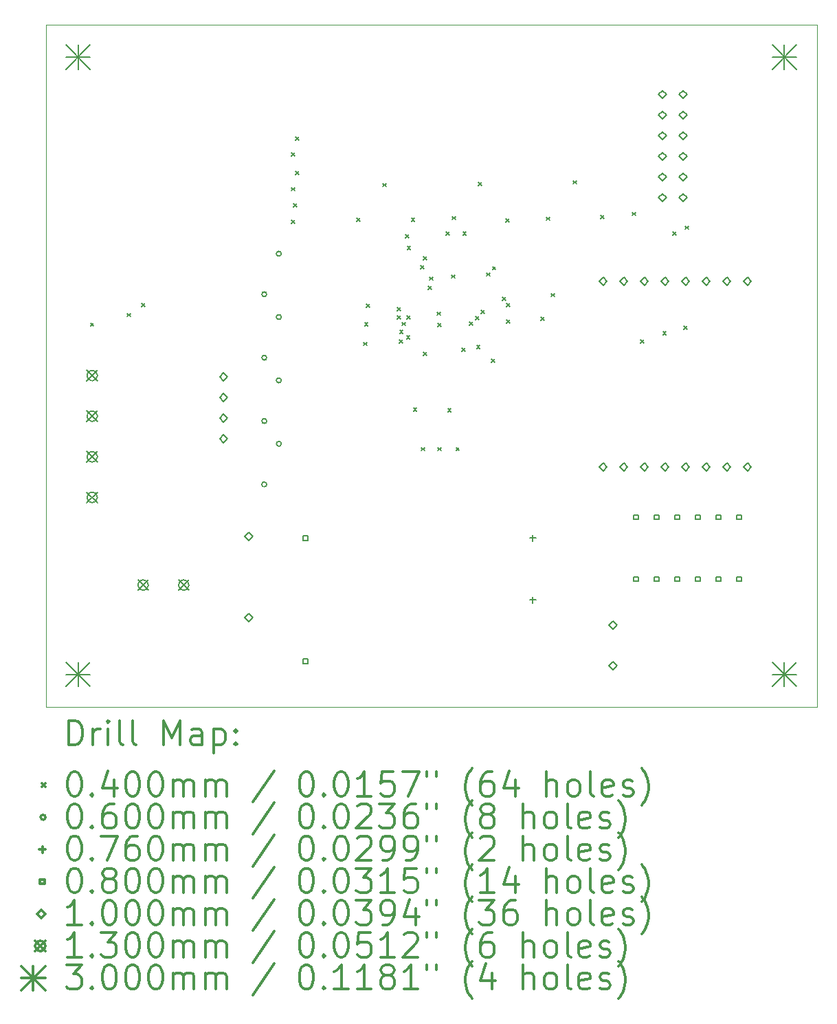
<source format=gbr>
%FSLAX45Y45*%
G04 Gerber Fmt 4.5, Leading zero omitted, Abs format (unit mm)*
G04 Created by KiCad (PCBNEW (5.1.10)-1) date 2021-08-26 19:55:00*
%MOMM*%
%LPD*%
G01*
G04 APERTURE LIST*
%TA.AperFunction,Profile*%
%ADD10C,0.050000*%
%TD*%
%ADD11C,0.200000*%
%ADD12C,0.300000*%
G04 APERTURE END LIST*
D10*
X13920000Y-13940000D02*
X13120000Y-13940000D01*
X13920000Y-5540000D02*
X13920000Y-13940000D01*
X13220000Y-5540000D02*
X13920000Y-5540000D01*
X13220000Y-5540000D02*
X8320000Y-5540000D01*
X4420000Y-13940000D02*
X13220000Y-13940000D01*
X4420000Y-13640000D02*
X4420000Y-13940000D01*
X4420000Y-8940000D02*
X4420000Y-13640000D01*
X4420000Y-5540000D02*
X4420000Y-8940000D01*
X4520000Y-5540000D02*
X4420000Y-5540000D01*
X4720000Y-5540000D02*
X4520000Y-5540000D01*
X7620000Y-5540000D02*
X4720000Y-5540000D01*
X8920000Y-5540000D02*
X7620000Y-5540000D01*
D11*
X4972500Y-9212500D02*
X5012500Y-9252500D01*
X5012500Y-9212500D02*
X4972500Y-9252500D01*
X5425000Y-9095000D02*
X5465000Y-9135000D01*
X5465000Y-9095000D02*
X5425000Y-9135000D01*
X5600000Y-8970000D02*
X5640000Y-9010000D01*
X5640000Y-8970000D02*
X5600000Y-9010000D01*
X7450000Y-7120000D02*
X7490000Y-7160000D01*
X7490000Y-7120000D02*
X7450000Y-7160000D01*
X7450000Y-7545000D02*
X7490000Y-7585000D01*
X7490000Y-7545000D02*
X7450000Y-7585000D01*
X7450000Y-7945000D02*
X7490000Y-7985000D01*
X7490000Y-7945000D02*
X7450000Y-7985000D01*
X7475000Y-7745000D02*
X7515000Y-7785000D01*
X7515000Y-7745000D02*
X7475000Y-7785000D01*
X7500000Y-6920000D02*
X7540000Y-6960000D01*
X7540000Y-6920000D02*
X7500000Y-6960000D01*
X7500000Y-7345000D02*
X7540000Y-7385000D01*
X7540000Y-7345000D02*
X7500000Y-7385000D01*
X8250000Y-7920000D02*
X8290000Y-7960000D01*
X8290000Y-7920000D02*
X8250000Y-7960000D01*
X8340000Y-9450000D02*
X8380000Y-9490000D01*
X8380000Y-9450000D02*
X8340000Y-9490000D01*
X8350000Y-9210000D02*
X8390000Y-9250000D01*
X8390000Y-9210000D02*
X8350000Y-9250000D01*
X8370000Y-8980000D02*
X8410000Y-9020000D01*
X8410000Y-8980000D02*
X8370000Y-9020000D01*
X8575000Y-7495000D02*
X8615000Y-7535000D01*
X8615000Y-7495000D02*
X8575000Y-7535000D01*
X8750000Y-9022000D02*
X8790000Y-9062000D01*
X8790000Y-9022000D02*
X8750000Y-9062000D01*
X8750000Y-9122000D02*
X8790000Y-9162000D01*
X8790000Y-9122000D02*
X8750000Y-9162000D01*
X8775000Y-9420000D02*
X8815000Y-9460000D01*
X8815000Y-9420000D02*
X8775000Y-9460000D01*
X8781346Y-9300215D02*
X8821346Y-9340215D01*
X8821346Y-9300215D02*
X8781346Y-9340215D01*
X8813353Y-9205476D02*
X8853353Y-9245476D01*
X8853353Y-9205476D02*
X8813353Y-9245476D01*
X8852500Y-8122500D02*
X8892500Y-8162500D01*
X8892500Y-8122500D02*
X8852500Y-8162500D01*
X8866382Y-9372526D02*
X8906382Y-9412526D01*
X8906382Y-9372526D02*
X8866382Y-9412526D01*
X8868415Y-9122000D02*
X8908415Y-9162000D01*
X8908415Y-9122000D02*
X8868415Y-9162000D01*
X8875000Y-8270000D02*
X8915000Y-8310000D01*
X8915000Y-8270000D02*
X8875000Y-8310000D01*
X8925000Y-7920000D02*
X8965000Y-7960000D01*
X8965000Y-7920000D02*
X8925000Y-7960000D01*
X8950000Y-10260000D02*
X8990000Y-10300000D01*
X8990000Y-10260000D02*
X8950000Y-10300000D01*
X9038765Y-8508765D02*
X9078765Y-8548765D01*
X9078765Y-8508765D02*
X9038765Y-8548765D01*
X9050000Y-10745000D02*
X9090000Y-10785000D01*
X9090000Y-10745000D02*
X9050000Y-10785000D01*
X9075000Y-8395000D02*
X9115000Y-8435000D01*
X9115000Y-8395000D02*
X9075000Y-8435000D01*
X9075000Y-9570000D02*
X9115000Y-9610000D01*
X9115000Y-9570000D02*
X9075000Y-9610000D01*
X9133515Y-8761485D02*
X9173515Y-8801485D01*
X9173515Y-8761485D02*
X9133515Y-8801485D01*
X9150000Y-8645000D02*
X9190000Y-8685000D01*
X9190000Y-8645000D02*
X9150000Y-8685000D01*
X9243485Y-9076515D02*
X9283485Y-9116515D01*
X9283485Y-9076515D02*
X9243485Y-9116515D01*
X9250000Y-9220000D02*
X9290000Y-9260000D01*
X9290000Y-9220000D02*
X9250000Y-9260000D01*
X9250000Y-10745000D02*
X9290000Y-10785000D01*
X9290000Y-10745000D02*
X9250000Y-10785000D01*
X9350000Y-8090000D02*
X9390000Y-8130000D01*
X9390000Y-8090000D02*
X9350000Y-8130000D01*
X9375000Y-10270000D02*
X9415000Y-10310000D01*
X9415000Y-10270000D02*
X9375000Y-10310000D01*
X9420500Y-8620000D02*
X9460500Y-8660000D01*
X9460500Y-8620000D02*
X9420500Y-8660000D01*
X9430000Y-7900000D02*
X9470000Y-7940000D01*
X9470000Y-7900000D02*
X9430000Y-7940000D01*
X9475000Y-10745000D02*
X9515000Y-10785000D01*
X9515000Y-10745000D02*
X9475000Y-10785000D01*
X9550000Y-9520000D02*
X9590000Y-9560000D01*
X9590000Y-9520000D02*
X9550000Y-9560000D01*
X9560000Y-8090000D02*
X9600000Y-8130000D01*
X9600000Y-8090000D02*
X9560000Y-8130000D01*
X9643000Y-9202000D02*
X9683000Y-9242000D01*
X9683000Y-9202000D02*
X9643000Y-9242000D01*
X9715500Y-9131289D02*
X9755500Y-9171289D01*
X9755500Y-9131289D02*
X9715500Y-9171289D01*
X9730000Y-9490000D02*
X9770000Y-9530000D01*
X9770000Y-9490000D02*
X9730000Y-9530000D01*
X9750000Y-7480000D02*
X9790000Y-7520000D01*
X9790000Y-7480000D02*
X9750000Y-7520000D01*
X9785156Y-9059539D02*
X9825156Y-9099539D01*
X9825156Y-9059539D02*
X9785156Y-9099539D01*
X9850000Y-8595000D02*
X9890000Y-8635000D01*
X9890000Y-8595000D02*
X9850000Y-8635000D01*
X9910000Y-9660000D02*
X9950000Y-9700000D01*
X9950000Y-9660000D02*
X9910000Y-9700000D01*
X9925000Y-8520000D02*
X9965000Y-8560000D01*
X9965000Y-8520000D02*
X9925000Y-8560000D01*
X10050000Y-8895000D02*
X10090000Y-8935000D01*
X10090000Y-8895000D02*
X10050000Y-8935000D01*
X10090000Y-7930000D02*
X10130000Y-7970000D01*
X10130000Y-7930000D02*
X10090000Y-7970000D01*
X10100000Y-8970000D02*
X10140000Y-9010000D01*
X10140000Y-8970000D02*
X10100000Y-9010000D01*
X10100000Y-9172000D02*
X10140000Y-9212000D01*
X10140000Y-9172000D02*
X10100000Y-9212000D01*
X10520000Y-9140000D02*
X10560000Y-9180000D01*
X10560000Y-9140000D02*
X10520000Y-9180000D01*
X10590000Y-7910000D02*
X10630000Y-7950000D01*
X10630000Y-7910000D02*
X10590000Y-7950000D01*
X10650000Y-8850000D02*
X10690000Y-8890000D01*
X10690000Y-8850000D02*
X10650000Y-8890000D01*
X10920000Y-7460000D02*
X10960000Y-7500000D01*
X10960000Y-7460000D02*
X10920000Y-7500000D01*
X11260000Y-7890000D02*
X11300000Y-7930000D01*
X11300000Y-7890000D02*
X11260000Y-7930000D01*
X11650000Y-7850000D02*
X11690000Y-7890000D01*
X11690000Y-7850000D02*
X11650000Y-7890000D01*
X11750000Y-9420000D02*
X11790000Y-9460000D01*
X11790000Y-9420000D02*
X11750000Y-9460000D01*
X12025000Y-9320000D02*
X12065000Y-9360000D01*
X12065000Y-9320000D02*
X12025000Y-9360000D01*
X12150000Y-8090000D02*
X12190000Y-8130000D01*
X12190000Y-8090000D02*
X12150000Y-8130000D01*
X12280000Y-9250000D02*
X12320000Y-9290000D01*
X12320000Y-9250000D02*
X12280000Y-9290000D01*
X12300000Y-8020000D02*
X12340000Y-8060000D01*
X12340000Y-8020000D02*
X12300000Y-8060000D01*
X7142500Y-8860000D02*
G75*
G03*
X7142500Y-8860000I-30000J0D01*
G01*
X7142500Y-9640000D02*
G75*
G03*
X7142500Y-9640000I-30000J0D01*
G01*
X7142500Y-10420000D02*
G75*
G03*
X7142500Y-10420000I-30000J0D01*
G01*
X7142500Y-11200000D02*
G75*
G03*
X7142500Y-11200000I-30000J0D01*
G01*
X7322500Y-8360000D02*
G75*
G03*
X7322500Y-8360000I-30000J0D01*
G01*
X7322500Y-9140000D02*
G75*
G03*
X7322500Y-9140000I-30000J0D01*
G01*
X7322500Y-9920000D02*
G75*
G03*
X7322500Y-9920000I-30000J0D01*
G01*
X7322500Y-10700000D02*
G75*
G03*
X7322500Y-10700000I-30000J0D01*
G01*
X10420000Y-11822000D02*
X10420000Y-11898000D01*
X10382000Y-11860000D02*
X10458000Y-11860000D01*
X10420000Y-12582000D02*
X10420000Y-12658000D01*
X10382000Y-12620000D02*
X10458000Y-12620000D01*
X7648284Y-11888284D02*
X7648284Y-11831715D01*
X7591715Y-11831715D01*
X7591715Y-11888284D01*
X7648284Y-11888284D01*
X7648284Y-13408284D02*
X7648284Y-13351715D01*
X7591715Y-13351715D01*
X7591715Y-13408284D01*
X7648284Y-13408284D01*
X11723284Y-11633284D02*
X11723284Y-11576715D01*
X11666715Y-11576715D01*
X11666715Y-11633284D01*
X11723284Y-11633284D01*
X11723284Y-12395284D02*
X11723284Y-12338715D01*
X11666715Y-12338715D01*
X11666715Y-12395284D01*
X11723284Y-12395284D01*
X11977284Y-11633284D02*
X11977284Y-11576715D01*
X11920715Y-11576715D01*
X11920715Y-11633284D01*
X11977284Y-11633284D01*
X11977284Y-12395284D02*
X11977284Y-12338715D01*
X11920715Y-12338715D01*
X11920715Y-12395284D01*
X11977284Y-12395284D01*
X12231284Y-11633284D02*
X12231284Y-11576715D01*
X12174715Y-11576715D01*
X12174715Y-11633284D01*
X12231284Y-11633284D01*
X12231284Y-12395284D02*
X12231284Y-12338715D01*
X12174715Y-12338715D01*
X12174715Y-12395284D01*
X12231284Y-12395284D01*
X12485284Y-11633284D02*
X12485284Y-11576715D01*
X12428715Y-11576715D01*
X12428715Y-11633284D01*
X12485284Y-11633284D01*
X12485284Y-12395284D02*
X12485284Y-12338715D01*
X12428715Y-12338715D01*
X12428715Y-12395284D01*
X12485284Y-12395284D01*
X12739284Y-11633284D02*
X12739284Y-11576715D01*
X12682715Y-11576715D01*
X12682715Y-11633284D01*
X12739284Y-11633284D01*
X12739284Y-12395284D02*
X12739284Y-12338715D01*
X12682715Y-12338715D01*
X12682715Y-12395284D01*
X12739284Y-12395284D01*
X12993284Y-11633284D02*
X12993284Y-11576715D01*
X12936715Y-11576715D01*
X12936715Y-11633284D01*
X12993284Y-11633284D01*
X12993284Y-12395284D02*
X12993284Y-12338715D01*
X12936715Y-12338715D01*
X12936715Y-12395284D01*
X12993284Y-12395284D01*
X6612500Y-9928000D02*
X6662500Y-9878000D01*
X6612500Y-9828000D01*
X6562500Y-9878000D01*
X6612500Y-9928000D01*
X6612500Y-10182000D02*
X6662500Y-10132000D01*
X6612500Y-10082000D01*
X6562500Y-10132000D01*
X6612500Y-10182000D01*
X6612500Y-10436000D02*
X6662500Y-10386000D01*
X6612500Y-10336000D01*
X6562500Y-10386000D01*
X6612500Y-10436000D01*
X6612500Y-10690000D02*
X6662500Y-10640000D01*
X6612500Y-10590000D01*
X6562500Y-10640000D01*
X6612500Y-10690000D01*
X6920000Y-11890000D02*
X6970000Y-11840000D01*
X6920000Y-11790000D01*
X6870000Y-11840000D01*
X6920000Y-11890000D01*
X6920000Y-12890000D02*
X6970000Y-12840000D01*
X6920000Y-12790000D01*
X6870000Y-12840000D01*
X6920000Y-12890000D01*
X11287000Y-8747500D02*
X11337000Y-8697500D01*
X11287000Y-8647500D01*
X11237000Y-8697500D01*
X11287000Y-8747500D01*
X11287000Y-11033500D02*
X11337000Y-10983500D01*
X11287000Y-10933500D01*
X11237000Y-10983500D01*
X11287000Y-11033500D01*
X11410000Y-12980000D02*
X11460000Y-12930000D01*
X11410000Y-12880000D01*
X11360000Y-12930000D01*
X11410000Y-12980000D01*
X11410000Y-13480000D02*
X11460000Y-13430000D01*
X11410000Y-13380000D01*
X11360000Y-13430000D01*
X11410000Y-13480000D01*
X11541000Y-8747500D02*
X11591000Y-8697500D01*
X11541000Y-8647500D01*
X11491000Y-8697500D01*
X11541000Y-8747500D01*
X11541000Y-11033500D02*
X11591000Y-10983500D01*
X11541000Y-10933500D01*
X11491000Y-10983500D01*
X11541000Y-11033500D01*
X11795000Y-8747500D02*
X11845000Y-8697500D01*
X11795000Y-8647500D01*
X11745000Y-8697500D01*
X11795000Y-8747500D01*
X11795000Y-11033500D02*
X11845000Y-10983500D01*
X11795000Y-10933500D01*
X11745000Y-10983500D01*
X11795000Y-11033500D01*
X12018500Y-6450500D02*
X12068500Y-6400500D01*
X12018500Y-6350500D01*
X11968500Y-6400500D01*
X12018500Y-6450500D01*
X12018500Y-6704500D02*
X12068500Y-6654500D01*
X12018500Y-6604500D01*
X11968500Y-6654500D01*
X12018500Y-6704500D01*
X12018500Y-6958500D02*
X12068500Y-6908500D01*
X12018500Y-6858500D01*
X11968500Y-6908500D01*
X12018500Y-6958500D01*
X12018500Y-7212500D02*
X12068500Y-7162500D01*
X12018500Y-7112500D01*
X11968500Y-7162500D01*
X12018500Y-7212500D01*
X12018500Y-7466500D02*
X12068500Y-7416500D01*
X12018500Y-7366500D01*
X11968500Y-7416500D01*
X12018500Y-7466500D01*
X12018500Y-7720500D02*
X12068500Y-7670500D01*
X12018500Y-7620500D01*
X11968500Y-7670500D01*
X12018500Y-7720500D01*
X12049000Y-8747500D02*
X12099000Y-8697500D01*
X12049000Y-8647500D01*
X11999000Y-8697500D01*
X12049000Y-8747500D01*
X12049000Y-11033500D02*
X12099000Y-10983500D01*
X12049000Y-10933500D01*
X11999000Y-10983500D01*
X12049000Y-11033500D01*
X12272500Y-6450500D02*
X12322500Y-6400500D01*
X12272500Y-6350500D01*
X12222500Y-6400500D01*
X12272500Y-6450500D01*
X12272500Y-6704500D02*
X12322500Y-6654500D01*
X12272500Y-6604500D01*
X12222500Y-6654500D01*
X12272500Y-6704500D01*
X12272500Y-6958500D02*
X12322500Y-6908500D01*
X12272500Y-6858500D01*
X12222500Y-6908500D01*
X12272500Y-6958500D01*
X12272500Y-7212500D02*
X12322500Y-7162500D01*
X12272500Y-7112500D01*
X12222500Y-7162500D01*
X12272500Y-7212500D01*
X12272500Y-7466500D02*
X12322500Y-7416500D01*
X12272500Y-7366500D01*
X12222500Y-7416500D01*
X12272500Y-7466500D01*
X12272500Y-7720500D02*
X12322500Y-7670500D01*
X12272500Y-7620500D01*
X12222500Y-7670500D01*
X12272500Y-7720500D01*
X12303000Y-8747500D02*
X12353000Y-8697500D01*
X12303000Y-8647500D01*
X12253000Y-8697500D01*
X12303000Y-8747500D01*
X12303000Y-11033500D02*
X12353000Y-10983500D01*
X12303000Y-10933500D01*
X12253000Y-10983500D01*
X12303000Y-11033500D01*
X12557000Y-8747500D02*
X12607000Y-8697500D01*
X12557000Y-8647500D01*
X12507000Y-8697500D01*
X12557000Y-8747500D01*
X12557000Y-11033500D02*
X12607000Y-10983500D01*
X12557000Y-10933500D01*
X12507000Y-10983500D01*
X12557000Y-11033500D01*
X12811000Y-8747500D02*
X12861000Y-8697500D01*
X12811000Y-8647500D01*
X12761000Y-8697500D01*
X12811000Y-8747500D01*
X12811000Y-11033500D02*
X12861000Y-10983500D01*
X12811000Y-10933500D01*
X12761000Y-10983500D01*
X12811000Y-11033500D01*
X13065000Y-8747500D02*
X13115000Y-8697500D01*
X13065000Y-8647500D01*
X13015000Y-8697500D01*
X13065000Y-8747500D01*
X13065000Y-11033500D02*
X13115000Y-10983500D01*
X13065000Y-10933500D01*
X13015000Y-10983500D01*
X13065000Y-11033500D01*
X4927500Y-9795000D02*
X5057500Y-9925000D01*
X5057500Y-9795000D02*
X4927500Y-9925000D01*
X5057500Y-9860000D02*
G75*
G03*
X5057500Y-9860000I-65000J0D01*
G01*
X4927500Y-10295000D02*
X5057500Y-10425000D01*
X5057500Y-10295000D02*
X4927500Y-10425000D01*
X5057500Y-10360000D02*
G75*
G03*
X5057500Y-10360000I-65000J0D01*
G01*
X4927500Y-10795000D02*
X5057500Y-10925000D01*
X5057500Y-10795000D02*
X4927500Y-10925000D01*
X5057500Y-10860000D02*
G75*
G03*
X5057500Y-10860000I-65000J0D01*
G01*
X4927500Y-11295000D02*
X5057500Y-11425000D01*
X5057500Y-11295000D02*
X4927500Y-11425000D01*
X5057500Y-11360000D02*
G75*
G03*
X5057500Y-11360000I-65000J0D01*
G01*
X5555000Y-12375000D02*
X5685000Y-12505000D01*
X5685000Y-12375000D02*
X5555000Y-12505000D01*
X5685000Y-12440000D02*
G75*
G03*
X5685000Y-12440000I-65000J0D01*
G01*
X6055000Y-12375000D02*
X6185000Y-12505000D01*
X6185000Y-12375000D02*
X6055000Y-12505000D01*
X6185000Y-12440000D02*
G75*
G03*
X6185000Y-12440000I-65000J0D01*
G01*
X4670000Y-5790000D02*
X4970000Y-6090000D01*
X4970000Y-5790000D02*
X4670000Y-6090000D01*
X4820000Y-5790000D02*
X4820000Y-6090000D01*
X4670000Y-5940000D02*
X4970000Y-5940000D01*
X4670000Y-13390000D02*
X4970000Y-13690000D01*
X4970000Y-13390000D02*
X4670000Y-13690000D01*
X4820000Y-13390000D02*
X4820000Y-13690000D01*
X4670000Y-13540000D02*
X4970000Y-13540000D01*
X13370000Y-5790000D02*
X13670000Y-6090000D01*
X13670000Y-5790000D02*
X13370000Y-6090000D01*
X13520000Y-5790000D02*
X13520000Y-6090000D01*
X13370000Y-5940000D02*
X13670000Y-5940000D01*
X13370000Y-13390000D02*
X13670000Y-13690000D01*
X13670000Y-13390000D02*
X13370000Y-13690000D01*
X13520000Y-13390000D02*
X13520000Y-13690000D01*
X13370000Y-13540000D02*
X13670000Y-13540000D01*
D12*
X4703928Y-14408214D02*
X4703928Y-14108214D01*
X4775357Y-14108214D01*
X4818214Y-14122500D01*
X4846786Y-14151071D01*
X4861071Y-14179643D01*
X4875357Y-14236786D01*
X4875357Y-14279643D01*
X4861071Y-14336786D01*
X4846786Y-14365357D01*
X4818214Y-14393929D01*
X4775357Y-14408214D01*
X4703928Y-14408214D01*
X5003928Y-14408214D02*
X5003928Y-14208214D01*
X5003928Y-14265357D02*
X5018214Y-14236786D01*
X5032500Y-14222500D01*
X5061071Y-14208214D01*
X5089643Y-14208214D01*
X5189643Y-14408214D02*
X5189643Y-14208214D01*
X5189643Y-14108214D02*
X5175357Y-14122500D01*
X5189643Y-14136786D01*
X5203928Y-14122500D01*
X5189643Y-14108214D01*
X5189643Y-14136786D01*
X5375357Y-14408214D02*
X5346786Y-14393929D01*
X5332500Y-14365357D01*
X5332500Y-14108214D01*
X5532500Y-14408214D02*
X5503928Y-14393929D01*
X5489643Y-14365357D01*
X5489643Y-14108214D01*
X5875357Y-14408214D02*
X5875357Y-14108214D01*
X5975357Y-14322500D01*
X6075357Y-14108214D01*
X6075357Y-14408214D01*
X6346786Y-14408214D02*
X6346786Y-14251071D01*
X6332500Y-14222500D01*
X6303928Y-14208214D01*
X6246786Y-14208214D01*
X6218214Y-14222500D01*
X6346786Y-14393929D02*
X6318214Y-14408214D01*
X6246786Y-14408214D01*
X6218214Y-14393929D01*
X6203928Y-14365357D01*
X6203928Y-14336786D01*
X6218214Y-14308214D01*
X6246786Y-14293929D01*
X6318214Y-14293929D01*
X6346786Y-14279643D01*
X6489643Y-14208214D02*
X6489643Y-14508214D01*
X6489643Y-14222500D02*
X6518214Y-14208214D01*
X6575357Y-14208214D01*
X6603928Y-14222500D01*
X6618214Y-14236786D01*
X6632500Y-14265357D01*
X6632500Y-14351071D01*
X6618214Y-14379643D01*
X6603928Y-14393929D01*
X6575357Y-14408214D01*
X6518214Y-14408214D01*
X6489643Y-14393929D01*
X6761071Y-14379643D02*
X6775357Y-14393929D01*
X6761071Y-14408214D01*
X6746786Y-14393929D01*
X6761071Y-14379643D01*
X6761071Y-14408214D01*
X6761071Y-14222500D02*
X6775357Y-14236786D01*
X6761071Y-14251071D01*
X6746786Y-14236786D01*
X6761071Y-14222500D01*
X6761071Y-14251071D01*
X4377500Y-14882500D02*
X4417500Y-14922500D01*
X4417500Y-14882500D02*
X4377500Y-14922500D01*
X4761071Y-14738214D02*
X4789643Y-14738214D01*
X4818214Y-14752500D01*
X4832500Y-14766786D01*
X4846786Y-14795357D01*
X4861071Y-14852500D01*
X4861071Y-14923929D01*
X4846786Y-14981071D01*
X4832500Y-15009643D01*
X4818214Y-15023929D01*
X4789643Y-15038214D01*
X4761071Y-15038214D01*
X4732500Y-15023929D01*
X4718214Y-15009643D01*
X4703928Y-14981071D01*
X4689643Y-14923929D01*
X4689643Y-14852500D01*
X4703928Y-14795357D01*
X4718214Y-14766786D01*
X4732500Y-14752500D01*
X4761071Y-14738214D01*
X4989643Y-15009643D02*
X5003928Y-15023929D01*
X4989643Y-15038214D01*
X4975357Y-15023929D01*
X4989643Y-15009643D01*
X4989643Y-15038214D01*
X5261071Y-14838214D02*
X5261071Y-15038214D01*
X5189643Y-14723929D02*
X5118214Y-14938214D01*
X5303928Y-14938214D01*
X5475357Y-14738214D02*
X5503928Y-14738214D01*
X5532500Y-14752500D01*
X5546786Y-14766786D01*
X5561071Y-14795357D01*
X5575357Y-14852500D01*
X5575357Y-14923929D01*
X5561071Y-14981071D01*
X5546786Y-15009643D01*
X5532500Y-15023929D01*
X5503928Y-15038214D01*
X5475357Y-15038214D01*
X5446786Y-15023929D01*
X5432500Y-15009643D01*
X5418214Y-14981071D01*
X5403928Y-14923929D01*
X5403928Y-14852500D01*
X5418214Y-14795357D01*
X5432500Y-14766786D01*
X5446786Y-14752500D01*
X5475357Y-14738214D01*
X5761071Y-14738214D02*
X5789643Y-14738214D01*
X5818214Y-14752500D01*
X5832500Y-14766786D01*
X5846786Y-14795357D01*
X5861071Y-14852500D01*
X5861071Y-14923929D01*
X5846786Y-14981071D01*
X5832500Y-15009643D01*
X5818214Y-15023929D01*
X5789643Y-15038214D01*
X5761071Y-15038214D01*
X5732500Y-15023929D01*
X5718214Y-15009643D01*
X5703928Y-14981071D01*
X5689643Y-14923929D01*
X5689643Y-14852500D01*
X5703928Y-14795357D01*
X5718214Y-14766786D01*
X5732500Y-14752500D01*
X5761071Y-14738214D01*
X5989643Y-15038214D02*
X5989643Y-14838214D01*
X5989643Y-14866786D02*
X6003928Y-14852500D01*
X6032500Y-14838214D01*
X6075357Y-14838214D01*
X6103928Y-14852500D01*
X6118214Y-14881071D01*
X6118214Y-15038214D01*
X6118214Y-14881071D02*
X6132500Y-14852500D01*
X6161071Y-14838214D01*
X6203928Y-14838214D01*
X6232500Y-14852500D01*
X6246786Y-14881071D01*
X6246786Y-15038214D01*
X6389643Y-15038214D02*
X6389643Y-14838214D01*
X6389643Y-14866786D02*
X6403928Y-14852500D01*
X6432500Y-14838214D01*
X6475357Y-14838214D01*
X6503928Y-14852500D01*
X6518214Y-14881071D01*
X6518214Y-15038214D01*
X6518214Y-14881071D02*
X6532500Y-14852500D01*
X6561071Y-14838214D01*
X6603928Y-14838214D01*
X6632500Y-14852500D01*
X6646786Y-14881071D01*
X6646786Y-15038214D01*
X7232500Y-14723929D02*
X6975357Y-15109643D01*
X7618214Y-14738214D02*
X7646786Y-14738214D01*
X7675357Y-14752500D01*
X7689643Y-14766786D01*
X7703928Y-14795357D01*
X7718214Y-14852500D01*
X7718214Y-14923929D01*
X7703928Y-14981071D01*
X7689643Y-15009643D01*
X7675357Y-15023929D01*
X7646786Y-15038214D01*
X7618214Y-15038214D01*
X7589643Y-15023929D01*
X7575357Y-15009643D01*
X7561071Y-14981071D01*
X7546786Y-14923929D01*
X7546786Y-14852500D01*
X7561071Y-14795357D01*
X7575357Y-14766786D01*
X7589643Y-14752500D01*
X7618214Y-14738214D01*
X7846786Y-15009643D02*
X7861071Y-15023929D01*
X7846786Y-15038214D01*
X7832500Y-15023929D01*
X7846786Y-15009643D01*
X7846786Y-15038214D01*
X8046786Y-14738214D02*
X8075357Y-14738214D01*
X8103928Y-14752500D01*
X8118214Y-14766786D01*
X8132500Y-14795357D01*
X8146786Y-14852500D01*
X8146786Y-14923929D01*
X8132500Y-14981071D01*
X8118214Y-15009643D01*
X8103928Y-15023929D01*
X8075357Y-15038214D01*
X8046786Y-15038214D01*
X8018214Y-15023929D01*
X8003928Y-15009643D01*
X7989643Y-14981071D01*
X7975357Y-14923929D01*
X7975357Y-14852500D01*
X7989643Y-14795357D01*
X8003928Y-14766786D01*
X8018214Y-14752500D01*
X8046786Y-14738214D01*
X8432500Y-15038214D02*
X8261071Y-15038214D01*
X8346786Y-15038214D02*
X8346786Y-14738214D01*
X8318214Y-14781071D01*
X8289643Y-14809643D01*
X8261071Y-14823929D01*
X8703928Y-14738214D02*
X8561071Y-14738214D01*
X8546786Y-14881071D01*
X8561071Y-14866786D01*
X8589643Y-14852500D01*
X8661071Y-14852500D01*
X8689643Y-14866786D01*
X8703928Y-14881071D01*
X8718214Y-14909643D01*
X8718214Y-14981071D01*
X8703928Y-15009643D01*
X8689643Y-15023929D01*
X8661071Y-15038214D01*
X8589643Y-15038214D01*
X8561071Y-15023929D01*
X8546786Y-15009643D01*
X8818214Y-14738214D02*
X9018214Y-14738214D01*
X8889643Y-15038214D01*
X9118214Y-14738214D02*
X9118214Y-14795357D01*
X9232500Y-14738214D02*
X9232500Y-14795357D01*
X9675357Y-15152500D02*
X9661071Y-15138214D01*
X9632500Y-15095357D01*
X9618214Y-15066786D01*
X9603928Y-15023929D01*
X9589643Y-14952500D01*
X9589643Y-14895357D01*
X9603928Y-14823929D01*
X9618214Y-14781071D01*
X9632500Y-14752500D01*
X9661071Y-14709643D01*
X9675357Y-14695357D01*
X9918214Y-14738214D02*
X9861071Y-14738214D01*
X9832500Y-14752500D01*
X9818214Y-14766786D01*
X9789643Y-14809643D01*
X9775357Y-14866786D01*
X9775357Y-14981071D01*
X9789643Y-15009643D01*
X9803928Y-15023929D01*
X9832500Y-15038214D01*
X9889643Y-15038214D01*
X9918214Y-15023929D01*
X9932500Y-15009643D01*
X9946786Y-14981071D01*
X9946786Y-14909643D01*
X9932500Y-14881071D01*
X9918214Y-14866786D01*
X9889643Y-14852500D01*
X9832500Y-14852500D01*
X9803928Y-14866786D01*
X9789643Y-14881071D01*
X9775357Y-14909643D01*
X10203928Y-14838214D02*
X10203928Y-15038214D01*
X10132500Y-14723929D02*
X10061071Y-14938214D01*
X10246786Y-14938214D01*
X10589643Y-15038214D02*
X10589643Y-14738214D01*
X10718214Y-15038214D02*
X10718214Y-14881071D01*
X10703928Y-14852500D01*
X10675357Y-14838214D01*
X10632500Y-14838214D01*
X10603928Y-14852500D01*
X10589643Y-14866786D01*
X10903928Y-15038214D02*
X10875357Y-15023929D01*
X10861071Y-15009643D01*
X10846786Y-14981071D01*
X10846786Y-14895357D01*
X10861071Y-14866786D01*
X10875357Y-14852500D01*
X10903928Y-14838214D01*
X10946786Y-14838214D01*
X10975357Y-14852500D01*
X10989643Y-14866786D01*
X11003928Y-14895357D01*
X11003928Y-14981071D01*
X10989643Y-15009643D01*
X10975357Y-15023929D01*
X10946786Y-15038214D01*
X10903928Y-15038214D01*
X11175357Y-15038214D02*
X11146786Y-15023929D01*
X11132500Y-14995357D01*
X11132500Y-14738214D01*
X11403928Y-15023929D02*
X11375357Y-15038214D01*
X11318214Y-15038214D01*
X11289643Y-15023929D01*
X11275357Y-14995357D01*
X11275357Y-14881071D01*
X11289643Y-14852500D01*
X11318214Y-14838214D01*
X11375357Y-14838214D01*
X11403928Y-14852500D01*
X11418214Y-14881071D01*
X11418214Y-14909643D01*
X11275357Y-14938214D01*
X11532500Y-15023929D02*
X11561071Y-15038214D01*
X11618214Y-15038214D01*
X11646786Y-15023929D01*
X11661071Y-14995357D01*
X11661071Y-14981071D01*
X11646786Y-14952500D01*
X11618214Y-14938214D01*
X11575357Y-14938214D01*
X11546786Y-14923929D01*
X11532500Y-14895357D01*
X11532500Y-14881071D01*
X11546786Y-14852500D01*
X11575357Y-14838214D01*
X11618214Y-14838214D01*
X11646786Y-14852500D01*
X11761071Y-15152500D02*
X11775357Y-15138214D01*
X11803928Y-15095357D01*
X11818214Y-15066786D01*
X11832500Y-15023929D01*
X11846786Y-14952500D01*
X11846786Y-14895357D01*
X11832500Y-14823929D01*
X11818214Y-14781071D01*
X11803928Y-14752500D01*
X11775357Y-14709643D01*
X11761071Y-14695357D01*
X4417500Y-15298500D02*
G75*
G03*
X4417500Y-15298500I-30000J0D01*
G01*
X4761071Y-15134214D02*
X4789643Y-15134214D01*
X4818214Y-15148500D01*
X4832500Y-15162786D01*
X4846786Y-15191357D01*
X4861071Y-15248500D01*
X4861071Y-15319929D01*
X4846786Y-15377071D01*
X4832500Y-15405643D01*
X4818214Y-15419929D01*
X4789643Y-15434214D01*
X4761071Y-15434214D01*
X4732500Y-15419929D01*
X4718214Y-15405643D01*
X4703928Y-15377071D01*
X4689643Y-15319929D01*
X4689643Y-15248500D01*
X4703928Y-15191357D01*
X4718214Y-15162786D01*
X4732500Y-15148500D01*
X4761071Y-15134214D01*
X4989643Y-15405643D02*
X5003928Y-15419929D01*
X4989643Y-15434214D01*
X4975357Y-15419929D01*
X4989643Y-15405643D01*
X4989643Y-15434214D01*
X5261071Y-15134214D02*
X5203928Y-15134214D01*
X5175357Y-15148500D01*
X5161071Y-15162786D01*
X5132500Y-15205643D01*
X5118214Y-15262786D01*
X5118214Y-15377071D01*
X5132500Y-15405643D01*
X5146786Y-15419929D01*
X5175357Y-15434214D01*
X5232500Y-15434214D01*
X5261071Y-15419929D01*
X5275357Y-15405643D01*
X5289643Y-15377071D01*
X5289643Y-15305643D01*
X5275357Y-15277071D01*
X5261071Y-15262786D01*
X5232500Y-15248500D01*
X5175357Y-15248500D01*
X5146786Y-15262786D01*
X5132500Y-15277071D01*
X5118214Y-15305643D01*
X5475357Y-15134214D02*
X5503928Y-15134214D01*
X5532500Y-15148500D01*
X5546786Y-15162786D01*
X5561071Y-15191357D01*
X5575357Y-15248500D01*
X5575357Y-15319929D01*
X5561071Y-15377071D01*
X5546786Y-15405643D01*
X5532500Y-15419929D01*
X5503928Y-15434214D01*
X5475357Y-15434214D01*
X5446786Y-15419929D01*
X5432500Y-15405643D01*
X5418214Y-15377071D01*
X5403928Y-15319929D01*
X5403928Y-15248500D01*
X5418214Y-15191357D01*
X5432500Y-15162786D01*
X5446786Y-15148500D01*
X5475357Y-15134214D01*
X5761071Y-15134214D02*
X5789643Y-15134214D01*
X5818214Y-15148500D01*
X5832500Y-15162786D01*
X5846786Y-15191357D01*
X5861071Y-15248500D01*
X5861071Y-15319929D01*
X5846786Y-15377071D01*
X5832500Y-15405643D01*
X5818214Y-15419929D01*
X5789643Y-15434214D01*
X5761071Y-15434214D01*
X5732500Y-15419929D01*
X5718214Y-15405643D01*
X5703928Y-15377071D01*
X5689643Y-15319929D01*
X5689643Y-15248500D01*
X5703928Y-15191357D01*
X5718214Y-15162786D01*
X5732500Y-15148500D01*
X5761071Y-15134214D01*
X5989643Y-15434214D02*
X5989643Y-15234214D01*
X5989643Y-15262786D02*
X6003928Y-15248500D01*
X6032500Y-15234214D01*
X6075357Y-15234214D01*
X6103928Y-15248500D01*
X6118214Y-15277071D01*
X6118214Y-15434214D01*
X6118214Y-15277071D02*
X6132500Y-15248500D01*
X6161071Y-15234214D01*
X6203928Y-15234214D01*
X6232500Y-15248500D01*
X6246786Y-15277071D01*
X6246786Y-15434214D01*
X6389643Y-15434214D02*
X6389643Y-15234214D01*
X6389643Y-15262786D02*
X6403928Y-15248500D01*
X6432500Y-15234214D01*
X6475357Y-15234214D01*
X6503928Y-15248500D01*
X6518214Y-15277071D01*
X6518214Y-15434214D01*
X6518214Y-15277071D02*
X6532500Y-15248500D01*
X6561071Y-15234214D01*
X6603928Y-15234214D01*
X6632500Y-15248500D01*
X6646786Y-15277071D01*
X6646786Y-15434214D01*
X7232500Y-15119929D02*
X6975357Y-15505643D01*
X7618214Y-15134214D02*
X7646786Y-15134214D01*
X7675357Y-15148500D01*
X7689643Y-15162786D01*
X7703928Y-15191357D01*
X7718214Y-15248500D01*
X7718214Y-15319929D01*
X7703928Y-15377071D01*
X7689643Y-15405643D01*
X7675357Y-15419929D01*
X7646786Y-15434214D01*
X7618214Y-15434214D01*
X7589643Y-15419929D01*
X7575357Y-15405643D01*
X7561071Y-15377071D01*
X7546786Y-15319929D01*
X7546786Y-15248500D01*
X7561071Y-15191357D01*
X7575357Y-15162786D01*
X7589643Y-15148500D01*
X7618214Y-15134214D01*
X7846786Y-15405643D02*
X7861071Y-15419929D01*
X7846786Y-15434214D01*
X7832500Y-15419929D01*
X7846786Y-15405643D01*
X7846786Y-15434214D01*
X8046786Y-15134214D02*
X8075357Y-15134214D01*
X8103928Y-15148500D01*
X8118214Y-15162786D01*
X8132500Y-15191357D01*
X8146786Y-15248500D01*
X8146786Y-15319929D01*
X8132500Y-15377071D01*
X8118214Y-15405643D01*
X8103928Y-15419929D01*
X8075357Y-15434214D01*
X8046786Y-15434214D01*
X8018214Y-15419929D01*
X8003928Y-15405643D01*
X7989643Y-15377071D01*
X7975357Y-15319929D01*
X7975357Y-15248500D01*
X7989643Y-15191357D01*
X8003928Y-15162786D01*
X8018214Y-15148500D01*
X8046786Y-15134214D01*
X8261071Y-15162786D02*
X8275357Y-15148500D01*
X8303928Y-15134214D01*
X8375357Y-15134214D01*
X8403928Y-15148500D01*
X8418214Y-15162786D01*
X8432500Y-15191357D01*
X8432500Y-15219929D01*
X8418214Y-15262786D01*
X8246786Y-15434214D01*
X8432500Y-15434214D01*
X8532500Y-15134214D02*
X8718214Y-15134214D01*
X8618214Y-15248500D01*
X8661071Y-15248500D01*
X8689643Y-15262786D01*
X8703928Y-15277071D01*
X8718214Y-15305643D01*
X8718214Y-15377071D01*
X8703928Y-15405643D01*
X8689643Y-15419929D01*
X8661071Y-15434214D01*
X8575357Y-15434214D01*
X8546786Y-15419929D01*
X8532500Y-15405643D01*
X8975357Y-15134214D02*
X8918214Y-15134214D01*
X8889643Y-15148500D01*
X8875357Y-15162786D01*
X8846786Y-15205643D01*
X8832500Y-15262786D01*
X8832500Y-15377071D01*
X8846786Y-15405643D01*
X8861071Y-15419929D01*
X8889643Y-15434214D01*
X8946786Y-15434214D01*
X8975357Y-15419929D01*
X8989643Y-15405643D01*
X9003928Y-15377071D01*
X9003928Y-15305643D01*
X8989643Y-15277071D01*
X8975357Y-15262786D01*
X8946786Y-15248500D01*
X8889643Y-15248500D01*
X8861071Y-15262786D01*
X8846786Y-15277071D01*
X8832500Y-15305643D01*
X9118214Y-15134214D02*
X9118214Y-15191357D01*
X9232500Y-15134214D02*
X9232500Y-15191357D01*
X9675357Y-15548500D02*
X9661071Y-15534214D01*
X9632500Y-15491357D01*
X9618214Y-15462786D01*
X9603928Y-15419929D01*
X9589643Y-15348500D01*
X9589643Y-15291357D01*
X9603928Y-15219929D01*
X9618214Y-15177071D01*
X9632500Y-15148500D01*
X9661071Y-15105643D01*
X9675357Y-15091357D01*
X9832500Y-15262786D02*
X9803928Y-15248500D01*
X9789643Y-15234214D01*
X9775357Y-15205643D01*
X9775357Y-15191357D01*
X9789643Y-15162786D01*
X9803928Y-15148500D01*
X9832500Y-15134214D01*
X9889643Y-15134214D01*
X9918214Y-15148500D01*
X9932500Y-15162786D01*
X9946786Y-15191357D01*
X9946786Y-15205643D01*
X9932500Y-15234214D01*
X9918214Y-15248500D01*
X9889643Y-15262786D01*
X9832500Y-15262786D01*
X9803928Y-15277071D01*
X9789643Y-15291357D01*
X9775357Y-15319929D01*
X9775357Y-15377071D01*
X9789643Y-15405643D01*
X9803928Y-15419929D01*
X9832500Y-15434214D01*
X9889643Y-15434214D01*
X9918214Y-15419929D01*
X9932500Y-15405643D01*
X9946786Y-15377071D01*
X9946786Y-15319929D01*
X9932500Y-15291357D01*
X9918214Y-15277071D01*
X9889643Y-15262786D01*
X10303928Y-15434214D02*
X10303928Y-15134214D01*
X10432500Y-15434214D02*
X10432500Y-15277071D01*
X10418214Y-15248500D01*
X10389643Y-15234214D01*
X10346786Y-15234214D01*
X10318214Y-15248500D01*
X10303928Y-15262786D01*
X10618214Y-15434214D02*
X10589643Y-15419929D01*
X10575357Y-15405643D01*
X10561071Y-15377071D01*
X10561071Y-15291357D01*
X10575357Y-15262786D01*
X10589643Y-15248500D01*
X10618214Y-15234214D01*
X10661071Y-15234214D01*
X10689643Y-15248500D01*
X10703928Y-15262786D01*
X10718214Y-15291357D01*
X10718214Y-15377071D01*
X10703928Y-15405643D01*
X10689643Y-15419929D01*
X10661071Y-15434214D01*
X10618214Y-15434214D01*
X10889643Y-15434214D02*
X10861071Y-15419929D01*
X10846786Y-15391357D01*
X10846786Y-15134214D01*
X11118214Y-15419929D02*
X11089643Y-15434214D01*
X11032500Y-15434214D01*
X11003928Y-15419929D01*
X10989643Y-15391357D01*
X10989643Y-15277071D01*
X11003928Y-15248500D01*
X11032500Y-15234214D01*
X11089643Y-15234214D01*
X11118214Y-15248500D01*
X11132500Y-15277071D01*
X11132500Y-15305643D01*
X10989643Y-15334214D01*
X11246786Y-15419929D02*
X11275357Y-15434214D01*
X11332500Y-15434214D01*
X11361071Y-15419929D01*
X11375357Y-15391357D01*
X11375357Y-15377071D01*
X11361071Y-15348500D01*
X11332500Y-15334214D01*
X11289643Y-15334214D01*
X11261071Y-15319929D01*
X11246786Y-15291357D01*
X11246786Y-15277071D01*
X11261071Y-15248500D01*
X11289643Y-15234214D01*
X11332500Y-15234214D01*
X11361071Y-15248500D01*
X11475357Y-15548500D02*
X11489643Y-15534214D01*
X11518214Y-15491357D01*
X11532500Y-15462786D01*
X11546786Y-15419929D01*
X11561071Y-15348500D01*
X11561071Y-15291357D01*
X11546786Y-15219929D01*
X11532500Y-15177071D01*
X11518214Y-15148500D01*
X11489643Y-15105643D01*
X11475357Y-15091357D01*
X4379500Y-15656500D02*
X4379500Y-15732500D01*
X4341500Y-15694500D02*
X4417500Y-15694500D01*
X4761071Y-15530214D02*
X4789643Y-15530214D01*
X4818214Y-15544500D01*
X4832500Y-15558786D01*
X4846786Y-15587357D01*
X4861071Y-15644500D01*
X4861071Y-15715929D01*
X4846786Y-15773071D01*
X4832500Y-15801643D01*
X4818214Y-15815929D01*
X4789643Y-15830214D01*
X4761071Y-15830214D01*
X4732500Y-15815929D01*
X4718214Y-15801643D01*
X4703928Y-15773071D01*
X4689643Y-15715929D01*
X4689643Y-15644500D01*
X4703928Y-15587357D01*
X4718214Y-15558786D01*
X4732500Y-15544500D01*
X4761071Y-15530214D01*
X4989643Y-15801643D02*
X5003928Y-15815929D01*
X4989643Y-15830214D01*
X4975357Y-15815929D01*
X4989643Y-15801643D01*
X4989643Y-15830214D01*
X5103928Y-15530214D02*
X5303928Y-15530214D01*
X5175357Y-15830214D01*
X5546786Y-15530214D02*
X5489643Y-15530214D01*
X5461071Y-15544500D01*
X5446786Y-15558786D01*
X5418214Y-15601643D01*
X5403928Y-15658786D01*
X5403928Y-15773071D01*
X5418214Y-15801643D01*
X5432500Y-15815929D01*
X5461071Y-15830214D01*
X5518214Y-15830214D01*
X5546786Y-15815929D01*
X5561071Y-15801643D01*
X5575357Y-15773071D01*
X5575357Y-15701643D01*
X5561071Y-15673071D01*
X5546786Y-15658786D01*
X5518214Y-15644500D01*
X5461071Y-15644500D01*
X5432500Y-15658786D01*
X5418214Y-15673071D01*
X5403928Y-15701643D01*
X5761071Y-15530214D02*
X5789643Y-15530214D01*
X5818214Y-15544500D01*
X5832500Y-15558786D01*
X5846786Y-15587357D01*
X5861071Y-15644500D01*
X5861071Y-15715929D01*
X5846786Y-15773071D01*
X5832500Y-15801643D01*
X5818214Y-15815929D01*
X5789643Y-15830214D01*
X5761071Y-15830214D01*
X5732500Y-15815929D01*
X5718214Y-15801643D01*
X5703928Y-15773071D01*
X5689643Y-15715929D01*
X5689643Y-15644500D01*
X5703928Y-15587357D01*
X5718214Y-15558786D01*
X5732500Y-15544500D01*
X5761071Y-15530214D01*
X5989643Y-15830214D02*
X5989643Y-15630214D01*
X5989643Y-15658786D02*
X6003928Y-15644500D01*
X6032500Y-15630214D01*
X6075357Y-15630214D01*
X6103928Y-15644500D01*
X6118214Y-15673071D01*
X6118214Y-15830214D01*
X6118214Y-15673071D02*
X6132500Y-15644500D01*
X6161071Y-15630214D01*
X6203928Y-15630214D01*
X6232500Y-15644500D01*
X6246786Y-15673071D01*
X6246786Y-15830214D01*
X6389643Y-15830214D02*
X6389643Y-15630214D01*
X6389643Y-15658786D02*
X6403928Y-15644500D01*
X6432500Y-15630214D01*
X6475357Y-15630214D01*
X6503928Y-15644500D01*
X6518214Y-15673071D01*
X6518214Y-15830214D01*
X6518214Y-15673071D02*
X6532500Y-15644500D01*
X6561071Y-15630214D01*
X6603928Y-15630214D01*
X6632500Y-15644500D01*
X6646786Y-15673071D01*
X6646786Y-15830214D01*
X7232500Y-15515929D02*
X6975357Y-15901643D01*
X7618214Y-15530214D02*
X7646786Y-15530214D01*
X7675357Y-15544500D01*
X7689643Y-15558786D01*
X7703928Y-15587357D01*
X7718214Y-15644500D01*
X7718214Y-15715929D01*
X7703928Y-15773071D01*
X7689643Y-15801643D01*
X7675357Y-15815929D01*
X7646786Y-15830214D01*
X7618214Y-15830214D01*
X7589643Y-15815929D01*
X7575357Y-15801643D01*
X7561071Y-15773071D01*
X7546786Y-15715929D01*
X7546786Y-15644500D01*
X7561071Y-15587357D01*
X7575357Y-15558786D01*
X7589643Y-15544500D01*
X7618214Y-15530214D01*
X7846786Y-15801643D02*
X7861071Y-15815929D01*
X7846786Y-15830214D01*
X7832500Y-15815929D01*
X7846786Y-15801643D01*
X7846786Y-15830214D01*
X8046786Y-15530214D02*
X8075357Y-15530214D01*
X8103928Y-15544500D01*
X8118214Y-15558786D01*
X8132500Y-15587357D01*
X8146786Y-15644500D01*
X8146786Y-15715929D01*
X8132500Y-15773071D01*
X8118214Y-15801643D01*
X8103928Y-15815929D01*
X8075357Y-15830214D01*
X8046786Y-15830214D01*
X8018214Y-15815929D01*
X8003928Y-15801643D01*
X7989643Y-15773071D01*
X7975357Y-15715929D01*
X7975357Y-15644500D01*
X7989643Y-15587357D01*
X8003928Y-15558786D01*
X8018214Y-15544500D01*
X8046786Y-15530214D01*
X8261071Y-15558786D02*
X8275357Y-15544500D01*
X8303928Y-15530214D01*
X8375357Y-15530214D01*
X8403928Y-15544500D01*
X8418214Y-15558786D01*
X8432500Y-15587357D01*
X8432500Y-15615929D01*
X8418214Y-15658786D01*
X8246786Y-15830214D01*
X8432500Y-15830214D01*
X8575357Y-15830214D02*
X8632500Y-15830214D01*
X8661071Y-15815929D01*
X8675357Y-15801643D01*
X8703928Y-15758786D01*
X8718214Y-15701643D01*
X8718214Y-15587357D01*
X8703928Y-15558786D01*
X8689643Y-15544500D01*
X8661071Y-15530214D01*
X8603928Y-15530214D01*
X8575357Y-15544500D01*
X8561071Y-15558786D01*
X8546786Y-15587357D01*
X8546786Y-15658786D01*
X8561071Y-15687357D01*
X8575357Y-15701643D01*
X8603928Y-15715929D01*
X8661071Y-15715929D01*
X8689643Y-15701643D01*
X8703928Y-15687357D01*
X8718214Y-15658786D01*
X8861071Y-15830214D02*
X8918214Y-15830214D01*
X8946786Y-15815929D01*
X8961071Y-15801643D01*
X8989643Y-15758786D01*
X9003928Y-15701643D01*
X9003928Y-15587357D01*
X8989643Y-15558786D01*
X8975357Y-15544500D01*
X8946786Y-15530214D01*
X8889643Y-15530214D01*
X8861071Y-15544500D01*
X8846786Y-15558786D01*
X8832500Y-15587357D01*
X8832500Y-15658786D01*
X8846786Y-15687357D01*
X8861071Y-15701643D01*
X8889643Y-15715929D01*
X8946786Y-15715929D01*
X8975357Y-15701643D01*
X8989643Y-15687357D01*
X9003928Y-15658786D01*
X9118214Y-15530214D02*
X9118214Y-15587357D01*
X9232500Y-15530214D02*
X9232500Y-15587357D01*
X9675357Y-15944500D02*
X9661071Y-15930214D01*
X9632500Y-15887357D01*
X9618214Y-15858786D01*
X9603928Y-15815929D01*
X9589643Y-15744500D01*
X9589643Y-15687357D01*
X9603928Y-15615929D01*
X9618214Y-15573071D01*
X9632500Y-15544500D01*
X9661071Y-15501643D01*
X9675357Y-15487357D01*
X9775357Y-15558786D02*
X9789643Y-15544500D01*
X9818214Y-15530214D01*
X9889643Y-15530214D01*
X9918214Y-15544500D01*
X9932500Y-15558786D01*
X9946786Y-15587357D01*
X9946786Y-15615929D01*
X9932500Y-15658786D01*
X9761071Y-15830214D01*
X9946786Y-15830214D01*
X10303928Y-15830214D02*
X10303928Y-15530214D01*
X10432500Y-15830214D02*
X10432500Y-15673071D01*
X10418214Y-15644500D01*
X10389643Y-15630214D01*
X10346786Y-15630214D01*
X10318214Y-15644500D01*
X10303928Y-15658786D01*
X10618214Y-15830214D02*
X10589643Y-15815929D01*
X10575357Y-15801643D01*
X10561071Y-15773071D01*
X10561071Y-15687357D01*
X10575357Y-15658786D01*
X10589643Y-15644500D01*
X10618214Y-15630214D01*
X10661071Y-15630214D01*
X10689643Y-15644500D01*
X10703928Y-15658786D01*
X10718214Y-15687357D01*
X10718214Y-15773071D01*
X10703928Y-15801643D01*
X10689643Y-15815929D01*
X10661071Y-15830214D01*
X10618214Y-15830214D01*
X10889643Y-15830214D02*
X10861071Y-15815929D01*
X10846786Y-15787357D01*
X10846786Y-15530214D01*
X11118214Y-15815929D02*
X11089643Y-15830214D01*
X11032500Y-15830214D01*
X11003928Y-15815929D01*
X10989643Y-15787357D01*
X10989643Y-15673071D01*
X11003928Y-15644500D01*
X11032500Y-15630214D01*
X11089643Y-15630214D01*
X11118214Y-15644500D01*
X11132500Y-15673071D01*
X11132500Y-15701643D01*
X10989643Y-15730214D01*
X11246786Y-15815929D02*
X11275357Y-15830214D01*
X11332500Y-15830214D01*
X11361071Y-15815929D01*
X11375357Y-15787357D01*
X11375357Y-15773071D01*
X11361071Y-15744500D01*
X11332500Y-15730214D01*
X11289643Y-15730214D01*
X11261071Y-15715929D01*
X11246786Y-15687357D01*
X11246786Y-15673071D01*
X11261071Y-15644500D01*
X11289643Y-15630214D01*
X11332500Y-15630214D01*
X11361071Y-15644500D01*
X11475357Y-15944500D02*
X11489643Y-15930214D01*
X11518214Y-15887357D01*
X11532500Y-15858786D01*
X11546786Y-15815929D01*
X11561071Y-15744500D01*
X11561071Y-15687357D01*
X11546786Y-15615929D01*
X11532500Y-15573071D01*
X11518214Y-15544500D01*
X11489643Y-15501643D01*
X11475357Y-15487357D01*
X4405784Y-16118785D02*
X4405784Y-16062216D01*
X4349215Y-16062216D01*
X4349215Y-16118785D01*
X4405784Y-16118785D01*
X4761071Y-15926214D02*
X4789643Y-15926214D01*
X4818214Y-15940500D01*
X4832500Y-15954786D01*
X4846786Y-15983357D01*
X4861071Y-16040500D01*
X4861071Y-16111929D01*
X4846786Y-16169071D01*
X4832500Y-16197643D01*
X4818214Y-16211929D01*
X4789643Y-16226214D01*
X4761071Y-16226214D01*
X4732500Y-16211929D01*
X4718214Y-16197643D01*
X4703928Y-16169071D01*
X4689643Y-16111929D01*
X4689643Y-16040500D01*
X4703928Y-15983357D01*
X4718214Y-15954786D01*
X4732500Y-15940500D01*
X4761071Y-15926214D01*
X4989643Y-16197643D02*
X5003928Y-16211929D01*
X4989643Y-16226214D01*
X4975357Y-16211929D01*
X4989643Y-16197643D01*
X4989643Y-16226214D01*
X5175357Y-16054786D02*
X5146786Y-16040500D01*
X5132500Y-16026214D01*
X5118214Y-15997643D01*
X5118214Y-15983357D01*
X5132500Y-15954786D01*
X5146786Y-15940500D01*
X5175357Y-15926214D01*
X5232500Y-15926214D01*
X5261071Y-15940500D01*
X5275357Y-15954786D01*
X5289643Y-15983357D01*
X5289643Y-15997643D01*
X5275357Y-16026214D01*
X5261071Y-16040500D01*
X5232500Y-16054786D01*
X5175357Y-16054786D01*
X5146786Y-16069071D01*
X5132500Y-16083357D01*
X5118214Y-16111929D01*
X5118214Y-16169071D01*
X5132500Y-16197643D01*
X5146786Y-16211929D01*
X5175357Y-16226214D01*
X5232500Y-16226214D01*
X5261071Y-16211929D01*
X5275357Y-16197643D01*
X5289643Y-16169071D01*
X5289643Y-16111929D01*
X5275357Y-16083357D01*
X5261071Y-16069071D01*
X5232500Y-16054786D01*
X5475357Y-15926214D02*
X5503928Y-15926214D01*
X5532500Y-15940500D01*
X5546786Y-15954786D01*
X5561071Y-15983357D01*
X5575357Y-16040500D01*
X5575357Y-16111929D01*
X5561071Y-16169071D01*
X5546786Y-16197643D01*
X5532500Y-16211929D01*
X5503928Y-16226214D01*
X5475357Y-16226214D01*
X5446786Y-16211929D01*
X5432500Y-16197643D01*
X5418214Y-16169071D01*
X5403928Y-16111929D01*
X5403928Y-16040500D01*
X5418214Y-15983357D01*
X5432500Y-15954786D01*
X5446786Y-15940500D01*
X5475357Y-15926214D01*
X5761071Y-15926214D02*
X5789643Y-15926214D01*
X5818214Y-15940500D01*
X5832500Y-15954786D01*
X5846786Y-15983357D01*
X5861071Y-16040500D01*
X5861071Y-16111929D01*
X5846786Y-16169071D01*
X5832500Y-16197643D01*
X5818214Y-16211929D01*
X5789643Y-16226214D01*
X5761071Y-16226214D01*
X5732500Y-16211929D01*
X5718214Y-16197643D01*
X5703928Y-16169071D01*
X5689643Y-16111929D01*
X5689643Y-16040500D01*
X5703928Y-15983357D01*
X5718214Y-15954786D01*
X5732500Y-15940500D01*
X5761071Y-15926214D01*
X5989643Y-16226214D02*
X5989643Y-16026214D01*
X5989643Y-16054786D02*
X6003928Y-16040500D01*
X6032500Y-16026214D01*
X6075357Y-16026214D01*
X6103928Y-16040500D01*
X6118214Y-16069071D01*
X6118214Y-16226214D01*
X6118214Y-16069071D02*
X6132500Y-16040500D01*
X6161071Y-16026214D01*
X6203928Y-16026214D01*
X6232500Y-16040500D01*
X6246786Y-16069071D01*
X6246786Y-16226214D01*
X6389643Y-16226214D02*
X6389643Y-16026214D01*
X6389643Y-16054786D02*
X6403928Y-16040500D01*
X6432500Y-16026214D01*
X6475357Y-16026214D01*
X6503928Y-16040500D01*
X6518214Y-16069071D01*
X6518214Y-16226214D01*
X6518214Y-16069071D02*
X6532500Y-16040500D01*
X6561071Y-16026214D01*
X6603928Y-16026214D01*
X6632500Y-16040500D01*
X6646786Y-16069071D01*
X6646786Y-16226214D01*
X7232500Y-15911929D02*
X6975357Y-16297643D01*
X7618214Y-15926214D02*
X7646786Y-15926214D01*
X7675357Y-15940500D01*
X7689643Y-15954786D01*
X7703928Y-15983357D01*
X7718214Y-16040500D01*
X7718214Y-16111929D01*
X7703928Y-16169071D01*
X7689643Y-16197643D01*
X7675357Y-16211929D01*
X7646786Y-16226214D01*
X7618214Y-16226214D01*
X7589643Y-16211929D01*
X7575357Y-16197643D01*
X7561071Y-16169071D01*
X7546786Y-16111929D01*
X7546786Y-16040500D01*
X7561071Y-15983357D01*
X7575357Y-15954786D01*
X7589643Y-15940500D01*
X7618214Y-15926214D01*
X7846786Y-16197643D02*
X7861071Y-16211929D01*
X7846786Y-16226214D01*
X7832500Y-16211929D01*
X7846786Y-16197643D01*
X7846786Y-16226214D01*
X8046786Y-15926214D02*
X8075357Y-15926214D01*
X8103928Y-15940500D01*
X8118214Y-15954786D01*
X8132500Y-15983357D01*
X8146786Y-16040500D01*
X8146786Y-16111929D01*
X8132500Y-16169071D01*
X8118214Y-16197643D01*
X8103928Y-16211929D01*
X8075357Y-16226214D01*
X8046786Y-16226214D01*
X8018214Y-16211929D01*
X8003928Y-16197643D01*
X7989643Y-16169071D01*
X7975357Y-16111929D01*
X7975357Y-16040500D01*
X7989643Y-15983357D01*
X8003928Y-15954786D01*
X8018214Y-15940500D01*
X8046786Y-15926214D01*
X8246786Y-15926214D02*
X8432500Y-15926214D01*
X8332500Y-16040500D01*
X8375357Y-16040500D01*
X8403928Y-16054786D01*
X8418214Y-16069071D01*
X8432500Y-16097643D01*
X8432500Y-16169071D01*
X8418214Y-16197643D01*
X8403928Y-16211929D01*
X8375357Y-16226214D01*
X8289643Y-16226214D01*
X8261071Y-16211929D01*
X8246786Y-16197643D01*
X8718214Y-16226214D02*
X8546786Y-16226214D01*
X8632500Y-16226214D02*
X8632500Y-15926214D01*
X8603928Y-15969071D01*
X8575357Y-15997643D01*
X8546786Y-16011929D01*
X8989643Y-15926214D02*
X8846786Y-15926214D01*
X8832500Y-16069071D01*
X8846786Y-16054786D01*
X8875357Y-16040500D01*
X8946786Y-16040500D01*
X8975357Y-16054786D01*
X8989643Y-16069071D01*
X9003928Y-16097643D01*
X9003928Y-16169071D01*
X8989643Y-16197643D01*
X8975357Y-16211929D01*
X8946786Y-16226214D01*
X8875357Y-16226214D01*
X8846786Y-16211929D01*
X8832500Y-16197643D01*
X9118214Y-15926214D02*
X9118214Y-15983357D01*
X9232500Y-15926214D02*
X9232500Y-15983357D01*
X9675357Y-16340500D02*
X9661071Y-16326214D01*
X9632500Y-16283357D01*
X9618214Y-16254786D01*
X9603928Y-16211929D01*
X9589643Y-16140500D01*
X9589643Y-16083357D01*
X9603928Y-16011929D01*
X9618214Y-15969071D01*
X9632500Y-15940500D01*
X9661071Y-15897643D01*
X9675357Y-15883357D01*
X9946786Y-16226214D02*
X9775357Y-16226214D01*
X9861071Y-16226214D02*
X9861071Y-15926214D01*
X9832500Y-15969071D01*
X9803928Y-15997643D01*
X9775357Y-16011929D01*
X10203928Y-16026214D02*
X10203928Y-16226214D01*
X10132500Y-15911929D02*
X10061071Y-16126214D01*
X10246786Y-16126214D01*
X10589643Y-16226214D02*
X10589643Y-15926214D01*
X10718214Y-16226214D02*
X10718214Y-16069071D01*
X10703928Y-16040500D01*
X10675357Y-16026214D01*
X10632500Y-16026214D01*
X10603928Y-16040500D01*
X10589643Y-16054786D01*
X10903928Y-16226214D02*
X10875357Y-16211929D01*
X10861071Y-16197643D01*
X10846786Y-16169071D01*
X10846786Y-16083357D01*
X10861071Y-16054786D01*
X10875357Y-16040500D01*
X10903928Y-16026214D01*
X10946786Y-16026214D01*
X10975357Y-16040500D01*
X10989643Y-16054786D01*
X11003928Y-16083357D01*
X11003928Y-16169071D01*
X10989643Y-16197643D01*
X10975357Y-16211929D01*
X10946786Y-16226214D01*
X10903928Y-16226214D01*
X11175357Y-16226214D02*
X11146786Y-16211929D01*
X11132500Y-16183357D01*
X11132500Y-15926214D01*
X11403928Y-16211929D02*
X11375357Y-16226214D01*
X11318214Y-16226214D01*
X11289643Y-16211929D01*
X11275357Y-16183357D01*
X11275357Y-16069071D01*
X11289643Y-16040500D01*
X11318214Y-16026214D01*
X11375357Y-16026214D01*
X11403928Y-16040500D01*
X11418214Y-16069071D01*
X11418214Y-16097643D01*
X11275357Y-16126214D01*
X11532500Y-16211929D02*
X11561071Y-16226214D01*
X11618214Y-16226214D01*
X11646786Y-16211929D01*
X11661071Y-16183357D01*
X11661071Y-16169071D01*
X11646786Y-16140500D01*
X11618214Y-16126214D01*
X11575357Y-16126214D01*
X11546786Y-16111929D01*
X11532500Y-16083357D01*
X11532500Y-16069071D01*
X11546786Y-16040500D01*
X11575357Y-16026214D01*
X11618214Y-16026214D01*
X11646786Y-16040500D01*
X11761071Y-16340500D02*
X11775357Y-16326214D01*
X11803928Y-16283357D01*
X11818214Y-16254786D01*
X11832500Y-16211929D01*
X11846786Y-16140500D01*
X11846786Y-16083357D01*
X11832500Y-16011929D01*
X11818214Y-15969071D01*
X11803928Y-15940500D01*
X11775357Y-15897643D01*
X11761071Y-15883357D01*
X4367500Y-16536500D02*
X4417500Y-16486500D01*
X4367500Y-16436500D01*
X4317500Y-16486500D01*
X4367500Y-16536500D01*
X4861071Y-16622214D02*
X4689643Y-16622214D01*
X4775357Y-16622214D02*
X4775357Y-16322214D01*
X4746786Y-16365071D01*
X4718214Y-16393643D01*
X4689643Y-16407929D01*
X4989643Y-16593643D02*
X5003928Y-16607929D01*
X4989643Y-16622214D01*
X4975357Y-16607929D01*
X4989643Y-16593643D01*
X4989643Y-16622214D01*
X5189643Y-16322214D02*
X5218214Y-16322214D01*
X5246786Y-16336500D01*
X5261071Y-16350786D01*
X5275357Y-16379357D01*
X5289643Y-16436500D01*
X5289643Y-16507929D01*
X5275357Y-16565071D01*
X5261071Y-16593643D01*
X5246786Y-16607929D01*
X5218214Y-16622214D01*
X5189643Y-16622214D01*
X5161071Y-16607929D01*
X5146786Y-16593643D01*
X5132500Y-16565071D01*
X5118214Y-16507929D01*
X5118214Y-16436500D01*
X5132500Y-16379357D01*
X5146786Y-16350786D01*
X5161071Y-16336500D01*
X5189643Y-16322214D01*
X5475357Y-16322214D02*
X5503928Y-16322214D01*
X5532500Y-16336500D01*
X5546786Y-16350786D01*
X5561071Y-16379357D01*
X5575357Y-16436500D01*
X5575357Y-16507929D01*
X5561071Y-16565071D01*
X5546786Y-16593643D01*
X5532500Y-16607929D01*
X5503928Y-16622214D01*
X5475357Y-16622214D01*
X5446786Y-16607929D01*
X5432500Y-16593643D01*
X5418214Y-16565071D01*
X5403928Y-16507929D01*
X5403928Y-16436500D01*
X5418214Y-16379357D01*
X5432500Y-16350786D01*
X5446786Y-16336500D01*
X5475357Y-16322214D01*
X5761071Y-16322214D02*
X5789643Y-16322214D01*
X5818214Y-16336500D01*
X5832500Y-16350786D01*
X5846786Y-16379357D01*
X5861071Y-16436500D01*
X5861071Y-16507929D01*
X5846786Y-16565071D01*
X5832500Y-16593643D01*
X5818214Y-16607929D01*
X5789643Y-16622214D01*
X5761071Y-16622214D01*
X5732500Y-16607929D01*
X5718214Y-16593643D01*
X5703928Y-16565071D01*
X5689643Y-16507929D01*
X5689643Y-16436500D01*
X5703928Y-16379357D01*
X5718214Y-16350786D01*
X5732500Y-16336500D01*
X5761071Y-16322214D01*
X5989643Y-16622214D02*
X5989643Y-16422214D01*
X5989643Y-16450786D02*
X6003928Y-16436500D01*
X6032500Y-16422214D01*
X6075357Y-16422214D01*
X6103928Y-16436500D01*
X6118214Y-16465071D01*
X6118214Y-16622214D01*
X6118214Y-16465071D02*
X6132500Y-16436500D01*
X6161071Y-16422214D01*
X6203928Y-16422214D01*
X6232500Y-16436500D01*
X6246786Y-16465071D01*
X6246786Y-16622214D01*
X6389643Y-16622214D02*
X6389643Y-16422214D01*
X6389643Y-16450786D02*
X6403928Y-16436500D01*
X6432500Y-16422214D01*
X6475357Y-16422214D01*
X6503928Y-16436500D01*
X6518214Y-16465071D01*
X6518214Y-16622214D01*
X6518214Y-16465071D02*
X6532500Y-16436500D01*
X6561071Y-16422214D01*
X6603928Y-16422214D01*
X6632500Y-16436500D01*
X6646786Y-16465071D01*
X6646786Y-16622214D01*
X7232500Y-16307929D02*
X6975357Y-16693643D01*
X7618214Y-16322214D02*
X7646786Y-16322214D01*
X7675357Y-16336500D01*
X7689643Y-16350786D01*
X7703928Y-16379357D01*
X7718214Y-16436500D01*
X7718214Y-16507929D01*
X7703928Y-16565071D01*
X7689643Y-16593643D01*
X7675357Y-16607929D01*
X7646786Y-16622214D01*
X7618214Y-16622214D01*
X7589643Y-16607929D01*
X7575357Y-16593643D01*
X7561071Y-16565071D01*
X7546786Y-16507929D01*
X7546786Y-16436500D01*
X7561071Y-16379357D01*
X7575357Y-16350786D01*
X7589643Y-16336500D01*
X7618214Y-16322214D01*
X7846786Y-16593643D02*
X7861071Y-16607929D01*
X7846786Y-16622214D01*
X7832500Y-16607929D01*
X7846786Y-16593643D01*
X7846786Y-16622214D01*
X8046786Y-16322214D02*
X8075357Y-16322214D01*
X8103928Y-16336500D01*
X8118214Y-16350786D01*
X8132500Y-16379357D01*
X8146786Y-16436500D01*
X8146786Y-16507929D01*
X8132500Y-16565071D01*
X8118214Y-16593643D01*
X8103928Y-16607929D01*
X8075357Y-16622214D01*
X8046786Y-16622214D01*
X8018214Y-16607929D01*
X8003928Y-16593643D01*
X7989643Y-16565071D01*
X7975357Y-16507929D01*
X7975357Y-16436500D01*
X7989643Y-16379357D01*
X8003928Y-16350786D01*
X8018214Y-16336500D01*
X8046786Y-16322214D01*
X8246786Y-16322214D02*
X8432500Y-16322214D01*
X8332500Y-16436500D01*
X8375357Y-16436500D01*
X8403928Y-16450786D01*
X8418214Y-16465071D01*
X8432500Y-16493643D01*
X8432500Y-16565071D01*
X8418214Y-16593643D01*
X8403928Y-16607929D01*
X8375357Y-16622214D01*
X8289643Y-16622214D01*
X8261071Y-16607929D01*
X8246786Y-16593643D01*
X8575357Y-16622214D02*
X8632500Y-16622214D01*
X8661071Y-16607929D01*
X8675357Y-16593643D01*
X8703928Y-16550786D01*
X8718214Y-16493643D01*
X8718214Y-16379357D01*
X8703928Y-16350786D01*
X8689643Y-16336500D01*
X8661071Y-16322214D01*
X8603928Y-16322214D01*
X8575357Y-16336500D01*
X8561071Y-16350786D01*
X8546786Y-16379357D01*
X8546786Y-16450786D01*
X8561071Y-16479357D01*
X8575357Y-16493643D01*
X8603928Y-16507929D01*
X8661071Y-16507929D01*
X8689643Y-16493643D01*
X8703928Y-16479357D01*
X8718214Y-16450786D01*
X8975357Y-16422214D02*
X8975357Y-16622214D01*
X8903928Y-16307929D02*
X8832500Y-16522214D01*
X9018214Y-16522214D01*
X9118214Y-16322214D02*
X9118214Y-16379357D01*
X9232500Y-16322214D02*
X9232500Y-16379357D01*
X9675357Y-16736500D02*
X9661071Y-16722214D01*
X9632500Y-16679357D01*
X9618214Y-16650786D01*
X9603928Y-16607929D01*
X9589643Y-16536500D01*
X9589643Y-16479357D01*
X9603928Y-16407929D01*
X9618214Y-16365071D01*
X9632500Y-16336500D01*
X9661071Y-16293643D01*
X9675357Y-16279357D01*
X9761071Y-16322214D02*
X9946786Y-16322214D01*
X9846786Y-16436500D01*
X9889643Y-16436500D01*
X9918214Y-16450786D01*
X9932500Y-16465071D01*
X9946786Y-16493643D01*
X9946786Y-16565071D01*
X9932500Y-16593643D01*
X9918214Y-16607929D01*
X9889643Y-16622214D01*
X9803928Y-16622214D01*
X9775357Y-16607929D01*
X9761071Y-16593643D01*
X10203928Y-16322214D02*
X10146786Y-16322214D01*
X10118214Y-16336500D01*
X10103928Y-16350786D01*
X10075357Y-16393643D01*
X10061071Y-16450786D01*
X10061071Y-16565071D01*
X10075357Y-16593643D01*
X10089643Y-16607929D01*
X10118214Y-16622214D01*
X10175357Y-16622214D01*
X10203928Y-16607929D01*
X10218214Y-16593643D01*
X10232500Y-16565071D01*
X10232500Y-16493643D01*
X10218214Y-16465071D01*
X10203928Y-16450786D01*
X10175357Y-16436500D01*
X10118214Y-16436500D01*
X10089643Y-16450786D01*
X10075357Y-16465071D01*
X10061071Y-16493643D01*
X10589643Y-16622214D02*
X10589643Y-16322214D01*
X10718214Y-16622214D02*
X10718214Y-16465071D01*
X10703928Y-16436500D01*
X10675357Y-16422214D01*
X10632500Y-16422214D01*
X10603928Y-16436500D01*
X10589643Y-16450786D01*
X10903928Y-16622214D02*
X10875357Y-16607929D01*
X10861071Y-16593643D01*
X10846786Y-16565071D01*
X10846786Y-16479357D01*
X10861071Y-16450786D01*
X10875357Y-16436500D01*
X10903928Y-16422214D01*
X10946786Y-16422214D01*
X10975357Y-16436500D01*
X10989643Y-16450786D01*
X11003928Y-16479357D01*
X11003928Y-16565071D01*
X10989643Y-16593643D01*
X10975357Y-16607929D01*
X10946786Y-16622214D01*
X10903928Y-16622214D01*
X11175357Y-16622214D02*
X11146786Y-16607929D01*
X11132500Y-16579357D01*
X11132500Y-16322214D01*
X11403928Y-16607929D02*
X11375357Y-16622214D01*
X11318214Y-16622214D01*
X11289643Y-16607929D01*
X11275357Y-16579357D01*
X11275357Y-16465071D01*
X11289643Y-16436500D01*
X11318214Y-16422214D01*
X11375357Y-16422214D01*
X11403928Y-16436500D01*
X11418214Y-16465071D01*
X11418214Y-16493643D01*
X11275357Y-16522214D01*
X11532500Y-16607929D02*
X11561071Y-16622214D01*
X11618214Y-16622214D01*
X11646786Y-16607929D01*
X11661071Y-16579357D01*
X11661071Y-16565071D01*
X11646786Y-16536500D01*
X11618214Y-16522214D01*
X11575357Y-16522214D01*
X11546786Y-16507929D01*
X11532500Y-16479357D01*
X11532500Y-16465071D01*
X11546786Y-16436500D01*
X11575357Y-16422214D01*
X11618214Y-16422214D01*
X11646786Y-16436500D01*
X11761071Y-16736500D02*
X11775357Y-16722214D01*
X11803928Y-16679357D01*
X11818214Y-16650786D01*
X11832500Y-16607929D01*
X11846786Y-16536500D01*
X11846786Y-16479357D01*
X11832500Y-16407929D01*
X11818214Y-16365071D01*
X11803928Y-16336500D01*
X11775357Y-16293643D01*
X11761071Y-16279357D01*
X4287500Y-16817500D02*
X4417500Y-16947500D01*
X4417500Y-16817500D02*
X4287500Y-16947500D01*
X4417500Y-16882500D02*
G75*
G03*
X4417500Y-16882500I-65000J0D01*
G01*
X4861071Y-17018214D02*
X4689643Y-17018214D01*
X4775357Y-17018214D02*
X4775357Y-16718214D01*
X4746786Y-16761071D01*
X4718214Y-16789643D01*
X4689643Y-16803929D01*
X4989643Y-16989643D02*
X5003928Y-17003929D01*
X4989643Y-17018214D01*
X4975357Y-17003929D01*
X4989643Y-16989643D01*
X4989643Y-17018214D01*
X5103928Y-16718214D02*
X5289643Y-16718214D01*
X5189643Y-16832500D01*
X5232500Y-16832500D01*
X5261071Y-16846786D01*
X5275357Y-16861072D01*
X5289643Y-16889643D01*
X5289643Y-16961072D01*
X5275357Y-16989643D01*
X5261071Y-17003929D01*
X5232500Y-17018214D01*
X5146786Y-17018214D01*
X5118214Y-17003929D01*
X5103928Y-16989643D01*
X5475357Y-16718214D02*
X5503928Y-16718214D01*
X5532500Y-16732500D01*
X5546786Y-16746786D01*
X5561071Y-16775357D01*
X5575357Y-16832500D01*
X5575357Y-16903929D01*
X5561071Y-16961072D01*
X5546786Y-16989643D01*
X5532500Y-17003929D01*
X5503928Y-17018214D01*
X5475357Y-17018214D01*
X5446786Y-17003929D01*
X5432500Y-16989643D01*
X5418214Y-16961072D01*
X5403928Y-16903929D01*
X5403928Y-16832500D01*
X5418214Y-16775357D01*
X5432500Y-16746786D01*
X5446786Y-16732500D01*
X5475357Y-16718214D01*
X5761071Y-16718214D02*
X5789643Y-16718214D01*
X5818214Y-16732500D01*
X5832500Y-16746786D01*
X5846786Y-16775357D01*
X5861071Y-16832500D01*
X5861071Y-16903929D01*
X5846786Y-16961072D01*
X5832500Y-16989643D01*
X5818214Y-17003929D01*
X5789643Y-17018214D01*
X5761071Y-17018214D01*
X5732500Y-17003929D01*
X5718214Y-16989643D01*
X5703928Y-16961072D01*
X5689643Y-16903929D01*
X5689643Y-16832500D01*
X5703928Y-16775357D01*
X5718214Y-16746786D01*
X5732500Y-16732500D01*
X5761071Y-16718214D01*
X5989643Y-17018214D02*
X5989643Y-16818214D01*
X5989643Y-16846786D02*
X6003928Y-16832500D01*
X6032500Y-16818214D01*
X6075357Y-16818214D01*
X6103928Y-16832500D01*
X6118214Y-16861072D01*
X6118214Y-17018214D01*
X6118214Y-16861072D02*
X6132500Y-16832500D01*
X6161071Y-16818214D01*
X6203928Y-16818214D01*
X6232500Y-16832500D01*
X6246786Y-16861072D01*
X6246786Y-17018214D01*
X6389643Y-17018214D02*
X6389643Y-16818214D01*
X6389643Y-16846786D02*
X6403928Y-16832500D01*
X6432500Y-16818214D01*
X6475357Y-16818214D01*
X6503928Y-16832500D01*
X6518214Y-16861072D01*
X6518214Y-17018214D01*
X6518214Y-16861072D02*
X6532500Y-16832500D01*
X6561071Y-16818214D01*
X6603928Y-16818214D01*
X6632500Y-16832500D01*
X6646786Y-16861072D01*
X6646786Y-17018214D01*
X7232500Y-16703929D02*
X6975357Y-17089643D01*
X7618214Y-16718214D02*
X7646786Y-16718214D01*
X7675357Y-16732500D01*
X7689643Y-16746786D01*
X7703928Y-16775357D01*
X7718214Y-16832500D01*
X7718214Y-16903929D01*
X7703928Y-16961072D01*
X7689643Y-16989643D01*
X7675357Y-17003929D01*
X7646786Y-17018214D01*
X7618214Y-17018214D01*
X7589643Y-17003929D01*
X7575357Y-16989643D01*
X7561071Y-16961072D01*
X7546786Y-16903929D01*
X7546786Y-16832500D01*
X7561071Y-16775357D01*
X7575357Y-16746786D01*
X7589643Y-16732500D01*
X7618214Y-16718214D01*
X7846786Y-16989643D02*
X7861071Y-17003929D01*
X7846786Y-17018214D01*
X7832500Y-17003929D01*
X7846786Y-16989643D01*
X7846786Y-17018214D01*
X8046786Y-16718214D02*
X8075357Y-16718214D01*
X8103928Y-16732500D01*
X8118214Y-16746786D01*
X8132500Y-16775357D01*
X8146786Y-16832500D01*
X8146786Y-16903929D01*
X8132500Y-16961072D01*
X8118214Y-16989643D01*
X8103928Y-17003929D01*
X8075357Y-17018214D01*
X8046786Y-17018214D01*
X8018214Y-17003929D01*
X8003928Y-16989643D01*
X7989643Y-16961072D01*
X7975357Y-16903929D01*
X7975357Y-16832500D01*
X7989643Y-16775357D01*
X8003928Y-16746786D01*
X8018214Y-16732500D01*
X8046786Y-16718214D01*
X8418214Y-16718214D02*
X8275357Y-16718214D01*
X8261071Y-16861072D01*
X8275357Y-16846786D01*
X8303928Y-16832500D01*
X8375357Y-16832500D01*
X8403928Y-16846786D01*
X8418214Y-16861072D01*
X8432500Y-16889643D01*
X8432500Y-16961072D01*
X8418214Y-16989643D01*
X8403928Y-17003929D01*
X8375357Y-17018214D01*
X8303928Y-17018214D01*
X8275357Y-17003929D01*
X8261071Y-16989643D01*
X8718214Y-17018214D02*
X8546786Y-17018214D01*
X8632500Y-17018214D02*
X8632500Y-16718214D01*
X8603928Y-16761071D01*
X8575357Y-16789643D01*
X8546786Y-16803929D01*
X8832500Y-16746786D02*
X8846786Y-16732500D01*
X8875357Y-16718214D01*
X8946786Y-16718214D01*
X8975357Y-16732500D01*
X8989643Y-16746786D01*
X9003928Y-16775357D01*
X9003928Y-16803929D01*
X8989643Y-16846786D01*
X8818214Y-17018214D01*
X9003928Y-17018214D01*
X9118214Y-16718214D02*
X9118214Y-16775357D01*
X9232500Y-16718214D02*
X9232500Y-16775357D01*
X9675357Y-17132500D02*
X9661071Y-17118214D01*
X9632500Y-17075357D01*
X9618214Y-17046786D01*
X9603928Y-17003929D01*
X9589643Y-16932500D01*
X9589643Y-16875357D01*
X9603928Y-16803929D01*
X9618214Y-16761071D01*
X9632500Y-16732500D01*
X9661071Y-16689643D01*
X9675357Y-16675357D01*
X9918214Y-16718214D02*
X9861071Y-16718214D01*
X9832500Y-16732500D01*
X9818214Y-16746786D01*
X9789643Y-16789643D01*
X9775357Y-16846786D01*
X9775357Y-16961072D01*
X9789643Y-16989643D01*
X9803928Y-17003929D01*
X9832500Y-17018214D01*
X9889643Y-17018214D01*
X9918214Y-17003929D01*
X9932500Y-16989643D01*
X9946786Y-16961072D01*
X9946786Y-16889643D01*
X9932500Y-16861072D01*
X9918214Y-16846786D01*
X9889643Y-16832500D01*
X9832500Y-16832500D01*
X9803928Y-16846786D01*
X9789643Y-16861072D01*
X9775357Y-16889643D01*
X10303928Y-17018214D02*
X10303928Y-16718214D01*
X10432500Y-17018214D02*
X10432500Y-16861072D01*
X10418214Y-16832500D01*
X10389643Y-16818214D01*
X10346786Y-16818214D01*
X10318214Y-16832500D01*
X10303928Y-16846786D01*
X10618214Y-17018214D02*
X10589643Y-17003929D01*
X10575357Y-16989643D01*
X10561071Y-16961072D01*
X10561071Y-16875357D01*
X10575357Y-16846786D01*
X10589643Y-16832500D01*
X10618214Y-16818214D01*
X10661071Y-16818214D01*
X10689643Y-16832500D01*
X10703928Y-16846786D01*
X10718214Y-16875357D01*
X10718214Y-16961072D01*
X10703928Y-16989643D01*
X10689643Y-17003929D01*
X10661071Y-17018214D01*
X10618214Y-17018214D01*
X10889643Y-17018214D02*
X10861071Y-17003929D01*
X10846786Y-16975357D01*
X10846786Y-16718214D01*
X11118214Y-17003929D02*
X11089643Y-17018214D01*
X11032500Y-17018214D01*
X11003928Y-17003929D01*
X10989643Y-16975357D01*
X10989643Y-16861072D01*
X11003928Y-16832500D01*
X11032500Y-16818214D01*
X11089643Y-16818214D01*
X11118214Y-16832500D01*
X11132500Y-16861072D01*
X11132500Y-16889643D01*
X10989643Y-16918214D01*
X11246786Y-17003929D02*
X11275357Y-17018214D01*
X11332500Y-17018214D01*
X11361071Y-17003929D01*
X11375357Y-16975357D01*
X11375357Y-16961072D01*
X11361071Y-16932500D01*
X11332500Y-16918214D01*
X11289643Y-16918214D01*
X11261071Y-16903929D01*
X11246786Y-16875357D01*
X11246786Y-16861072D01*
X11261071Y-16832500D01*
X11289643Y-16818214D01*
X11332500Y-16818214D01*
X11361071Y-16832500D01*
X11475357Y-17132500D02*
X11489643Y-17118214D01*
X11518214Y-17075357D01*
X11532500Y-17046786D01*
X11546786Y-17003929D01*
X11561071Y-16932500D01*
X11561071Y-16875357D01*
X11546786Y-16803929D01*
X11532500Y-16761071D01*
X11518214Y-16732500D01*
X11489643Y-16689643D01*
X11475357Y-16675357D01*
X4117500Y-17128500D02*
X4417500Y-17428500D01*
X4417500Y-17128500D02*
X4117500Y-17428500D01*
X4267500Y-17128500D02*
X4267500Y-17428500D01*
X4117500Y-17278500D02*
X4417500Y-17278500D01*
X4675357Y-17114214D02*
X4861071Y-17114214D01*
X4761071Y-17228500D01*
X4803928Y-17228500D01*
X4832500Y-17242786D01*
X4846786Y-17257072D01*
X4861071Y-17285643D01*
X4861071Y-17357072D01*
X4846786Y-17385643D01*
X4832500Y-17399929D01*
X4803928Y-17414214D01*
X4718214Y-17414214D01*
X4689643Y-17399929D01*
X4675357Y-17385643D01*
X4989643Y-17385643D02*
X5003928Y-17399929D01*
X4989643Y-17414214D01*
X4975357Y-17399929D01*
X4989643Y-17385643D01*
X4989643Y-17414214D01*
X5189643Y-17114214D02*
X5218214Y-17114214D01*
X5246786Y-17128500D01*
X5261071Y-17142786D01*
X5275357Y-17171357D01*
X5289643Y-17228500D01*
X5289643Y-17299929D01*
X5275357Y-17357072D01*
X5261071Y-17385643D01*
X5246786Y-17399929D01*
X5218214Y-17414214D01*
X5189643Y-17414214D01*
X5161071Y-17399929D01*
X5146786Y-17385643D01*
X5132500Y-17357072D01*
X5118214Y-17299929D01*
X5118214Y-17228500D01*
X5132500Y-17171357D01*
X5146786Y-17142786D01*
X5161071Y-17128500D01*
X5189643Y-17114214D01*
X5475357Y-17114214D02*
X5503928Y-17114214D01*
X5532500Y-17128500D01*
X5546786Y-17142786D01*
X5561071Y-17171357D01*
X5575357Y-17228500D01*
X5575357Y-17299929D01*
X5561071Y-17357072D01*
X5546786Y-17385643D01*
X5532500Y-17399929D01*
X5503928Y-17414214D01*
X5475357Y-17414214D01*
X5446786Y-17399929D01*
X5432500Y-17385643D01*
X5418214Y-17357072D01*
X5403928Y-17299929D01*
X5403928Y-17228500D01*
X5418214Y-17171357D01*
X5432500Y-17142786D01*
X5446786Y-17128500D01*
X5475357Y-17114214D01*
X5761071Y-17114214D02*
X5789643Y-17114214D01*
X5818214Y-17128500D01*
X5832500Y-17142786D01*
X5846786Y-17171357D01*
X5861071Y-17228500D01*
X5861071Y-17299929D01*
X5846786Y-17357072D01*
X5832500Y-17385643D01*
X5818214Y-17399929D01*
X5789643Y-17414214D01*
X5761071Y-17414214D01*
X5732500Y-17399929D01*
X5718214Y-17385643D01*
X5703928Y-17357072D01*
X5689643Y-17299929D01*
X5689643Y-17228500D01*
X5703928Y-17171357D01*
X5718214Y-17142786D01*
X5732500Y-17128500D01*
X5761071Y-17114214D01*
X5989643Y-17414214D02*
X5989643Y-17214214D01*
X5989643Y-17242786D02*
X6003928Y-17228500D01*
X6032500Y-17214214D01*
X6075357Y-17214214D01*
X6103928Y-17228500D01*
X6118214Y-17257072D01*
X6118214Y-17414214D01*
X6118214Y-17257072D02*
X6132500Y-17228500D01*
X6161071Y-17214214D01*
X6203928Y-17214214D01*
X6232500Y-17228500D01*
X6246786Y-17257072D01*
X6246786Y-17414214D01*
X6389643Y-17414214D02*
X6389643Y-17214214D01*
X6389643Y-17242786D02*
X6403928Y-17228500D01*
X6432500Y-17214214D01*
X6475357Y-17214214D01*
X6503928Y-17228500D01*
X6518214Y-17257072D01*
X6518214Y-17414214D01*
X6518214Y-17257072D02*
X6532500Y-17228500D01*
X6561071Y-17214214D01*
X6603928Y-17214214D01*
X6632500Y-17228500D01*
X6646786Y-17257072D01*
X6646786Y-17414214D01*
X7232500Y-17099929D02*
X6975357Y-17485643D01*
X7618214Y-17114214D02*
X7646786Y-17114214D01*
X7675357Y-17128500D01*
X7689643Y-17142786D01*
X7703928Y-17171357D01*
X7718214Y-17228500D01*
X7718214Y-17299929D01*
X7703928Y-17357072D01*
X7689643Y-17385643D01*
X7675357Y-17399929D01*
X7646786Y-17414214D01*
X7618214Y-17414214D01*
X7589643Y-17399929D01*
X7575357Y-17385643D01*
X7561071Y-17357072D01*
X7546786Y-17299929D01*
X7546786Y-17228500D01*
X7561071Y-17171357D01*
X7575357Y-17142786D01*
X7589643Y-17128500D01*
X7618214Y-17114214D01*
X7846786Y-17385643D02*
X7861071Y-17399929D01*
X7846786Y-17414214D01*
X7832500Y-17399929D01*
X7846786Y-17385643D01*
X7846786Y-17414214D01*
X8146786Y-17414214D02*
X7975357Y-17414214D01*
X8061071Y-17414214D02*
X8061071Y-17114214D01*
X8032500Y-17157072D01*
X8003928Y-17185643D01*
X7975357Y-17199929D01*
X8432500Y-17414214D02*
X8261071Y-17414214D01*
X8346786Y-17414214D02*
X8346786Y-17114214D01*
X8318214Y-17157072D01*
X8289643Y-17185643D01*
X8261071Y-17199929D01*
X8603928Y-17242786D02*
X8575357Y-17228500D01*
X8561071Y-17214214D01*
X8546786Y-17185643D01*
X8546786Y-17171357D01*
X8561071Y-17142786D01*
X8575357Y-17128500D01*
X8603928Y-17114214D01*
X8661071Y-17114214D01*
X8689643Y-17128500D01*
X8703928Y-17142786D01*
X8718214Y-17171357D01*
X8718214Y-17185643D01*
X8703928Y-17214214D01*
X8689643Y-17228500D01*
X8661071Y-17242786D01*
X8603928Y-17242786D01*
X8575357Y-17257072D01*
X8561071Y-17271357D01*
X8546786Y-17299929D01*
X8546786Y-17357072D01*
X8561071Y-17385643D01*
X8575357Y-17399929D01*
X8603928Y-17414214D01*
X8661071Y-17414214D01*
X8689643Y-17399929D01*
X8703928Y-17385643D01*
X8718214Y-17357072D01*
X8718214Y-17299929D01*
X8703928Y-17271357D01*
X8689643Y-17257072D01*
X8661071Y-17242786D01*
X9003928Y-17414214D02*
X8832500Y-17414214D01*
X8918214Y-17414214D02*
X8918214Y-17114214D01*
X8889643Y-17157072D01*
X8861071Y-17185643D01*
X8832500Y-17199929D01*
X9118214Y-17114214D02*
X9118214Y-17171357D01*
X9232500Y-17114214D02*
X9232500Y-17171357D01*
X9675357Y-17528500D02*
X9661071Y-17514214D01*
X9632500Y-17471357D01*
X9618214Y-17442786D01*
X9603928Y-17399929D01*
X9589643Y-17328500D01*
X9589643Y-17271357D01*
X9603928Y-17199929D01*
X9618214Y-17157072D01*
X9632500Y-17128500D01*
X9661071Y-17085643D01*
X9675357Y-17071357D01*
X9918214Y-17214214D02*
X9918214Y-17414214D01*
X9846786Y-17099929D02*
X9775357Y-17314214D01*
X9961071Y-17314214D01*
X10303928Y-17414214D02*
X10303928Y-17114214D01*
X10432500Y-17414214D02*
X10432500Y-17257072D01*
X10418214Y-17228500D01*
X10389643Y-17214214D01*
X10346786Y-17214214D01*
X10318214Y-17228500D01*
X10303928Y-17242786D01*
X10618214Y-17414214D02*
X10589643Y-17399929D01*
X10575357Y-17385643D01*
X10561071Y-17357072D01*
X10561071Y-17271357D01*
X10575357Y-17242786D01*
X10589643Y-17228500D01*
X10618214Y-17214214D01*
X10661071Y-17214214D01*
X10689643Y-17228500D01*
X10703928Y-17242786D01*
X10718214Y-17271357D01*
X10718214Y-17357072D01*
X10703928Y-17385643D01*
X10689643Y-17399929D01*
X10661071Y-17414214D01*
X10618214Y-17414214D01*
X10889643Y-17414214D02*
X10861071Y-17399929D01*
X10846786Y-17371357D01*
X10846786Y-17114214D01*
X11118214Y-17399929D02*
X11089643Y-17414214D01*
X11032500Y-17414214D01*
X11003928Y-17399929D01*
X10989643Y-17371357D01*
X10989643Y-17257072D01*
X11003928Y-17228500D01*
X11032500Y-17214214D01*
X11089643Y-17214214D01*
X11118214Y-17228500D01*
X11132500Y-17257072D01*
X11132500Y-17285643D01*
X10989643Y-17314214D01*
X11246786Y-17399929D02*
X11275357Y-17414214D01*
X11332500Y-17414214D01*
X11361071Y-17399929D01*
X11375357Y-17371357D01*
X11375357Y-17357072D01*
X11361071Y-17328500D01*
X11332500Y-17314214D01*
X11289643Y-17314214D01*
X11261071Y-17299929D01*
X11246786Y-17271357D01*
X11246786Y-17257072D01*
X11261071Y-17228500D01*
X11289643Y-17214214D01*
X11332500Y-17214214D01*
X11361071Y-17228500D01*
X11475357Y-17528500D02*
X11489643Y-17514214D01*
X11518214Y-17471357D01*
X11532500Y-17442786D01*
X11546786Y-17399929D01*
X11561071Y-17328500D01*
X11561071Y-17271357D01*
X11546786Y-17199929D01*
X11532500Y-17157072D01*
X11518214Y-17128500D01*
X11489643Y-17085643D01*
X11475357Y-17071357D01*
M02*

</source>
